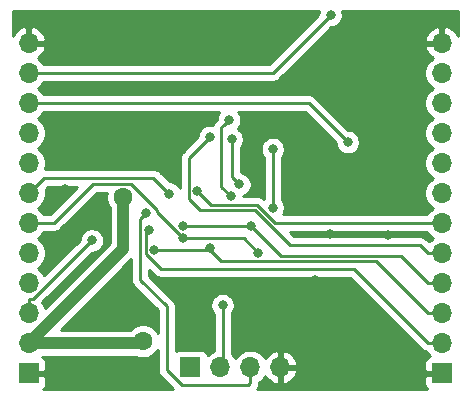
<source format=gbr>
G04 #@! TF.GenerationSoftware,KiCad,Pcbnew,5.1.5+dfsg1-2build2*
G04 #@! TF.CreationDate,2022-07-16T15:57:28-04:00*
G04 #@! TF.ProjectId,coco2_3134_64k_static_ram_board,636f636f-325f-4333-9133-345f36346b5f,rev?*
G04 #@! TF.SameCoordinates,Original*
G04 #@! TF.FileFunction,Copper,L1,Top*
G04 #@! TF.FilePolarity,Positive*
%FSLAX46Y46*%
G04 Gerber Fmt 4.6, Leading zero omitted, Abs format (unit mm)*
G04 Created by KiCad (PCBNEW 5.1.5+dfsg1-2build2) date 2022-07-16 15:57:28*
%MOMM*%
%LPD*%
G04 APERTURE LIST*
%ADD10R,1.700000X1.700000*%
%ADD11O,1.700000X1.700000*%
%ADD12C,0.800000*%
%ADD13C,1.600000*%
%ADD14C,0.250000*%
%ADD15C,1.000000*%
%ADD16C,0.254000*%
G04 APERTURE END LIST*
D10*
X116200000Y-112000000D03*
D11*
X118740000Y-112000000D03*
X121280000Y-112000000D03*
X123820000Y-112000000D03*
D10*
X102500000Y-112500000D03*
D11*
X102500000Y-109960000D03*
X102500000Y-107420000D03*
X102500000Y-104880000D03*
X102500000Y-102340000D03*
X102500000Y-99800000D03*
X102500000Y-97260000D03*
X102500000Y-94720000D03*
X102500000Y-92180000D03*
X102500000Y-89640000D03*
X102500000Y-87100000D03*
X102500000Y-84560000D03*
X137500000Y-84560000D03*
X137500000Y-87100000D03*
X137500000Y-89640000D03*
X137500000Y-92180000D03*
X137500000Y-94720000D03*
X137500000Y-97260000D03*
X137500000Y-99800000D03*
X137500000Y-102340000D03*
X137500000Y-104880000D03*
X137500000Y-107420000D03*
X137500000Y-109960000D03*
D10*
X137500000Y-112500000D03*
D12*
X126777000Y-104641600D03*
D13*
X113800000Y-91100000D03*
X128500000Y-88800000D03*
X133800000Y-91900000D03*
X133400000Y-88500000D03*
D12*
X133846000Y-109654000D03*
X131975000Y-113225000D03*
X111500000Y-88300000D03*
X105900000Y-94600000D03*
X105600000Y-96900000D03*
X106000000Y-100900000D03*
X104800000Y-101000000D03*
X107600000Y-107400000D03*
X123600000Y-90900000D03*
X123400000Y-88300000D03*
X128000000Y-100700000D03*
X132900000Y-100800000D03*
X122250000Y-104900000D03*
D13*
X110500000Y-97600000D03*
X112200000Y-109800000D03*
D12*
X107857600Y-101254400D03*
X115552300Y-101070600D03*
X121953000Y-102290300D03*
X114400000Y-97300000D03*
X129525000Y-92943800D03*
X128075000Y-82200000D03*
X116800000Y-97099998D03*
X117874990Y-92500000D03*
X115583300Y-100054800D03*
X121350000Y-100054800D03*
X113138200Y-102083300D03*
X117903700Y-101897200D03*
X112692100Y-100395600D03*
X118925000Y-106750000D03*
X112486500Y-98901000D03*
X119624300Y-97535400D03*
X119457510Y-91065803D03*
X120349700Y-96517100D03*
X119700000Y-92700002D03*
X123175100Y-98491500D03*
X123175100Y-93534000D03*
D14*
X125451500Y-109193200D02*
X123820000Y-110824700D01*
X125451500Y-105865300D02*
X125451500Y-109193200D01*
X137500000Y-112500000D02*
X130100000Y-112500000D01*
X128758300Y-112500000D02*
X125451500Y-109193200D01*
X123820000Y-112000000D02*
X123820000Y-110824700D01*
X125451500Y-105865300D02*
X125553300Y-105865300D01*
X125553300Y-105865300D02*
X126777000Y-104641600D01*
X130100000Y-112500000D02*
X128758300Y-112500000D01*
X125451500Y-105865300D02*
X125361200Y-105775000D01*
D15*
X102500000Y-109960000D02*
X110500000Y-101960000D01*
X110500000Y-101960000D02*
X110500000Y-97600000D01*
X102500000Y-109960000D02*
X112040000Y-109960000D01*
X112040000Y-109960000D02*
X112200000Y-109800000D01*
D14*
X107857600Y-101254400D02*
X102867300Y-106244700D01*
X102867300Y-106244700D02*
X102500000Y-106244700D01*
X102500000Y-107420000D02*
X102500000Y-106244700D01*
X121953000Y-102290300D02*
X120733300Y-101070600D01*
X120733300Y-101070600D02*
X115552300Y-101070600D01*
X104625000Y-99800000D02*
X102500000Y-99800000D01*
X107971700Y-96453300D02*
X104625000Y-99800000D01*
X111156400Y-96453300D02*
X107971700Y-96453300D01*
X113368400Y-98665300D02*
X111156400Y-96453300D01*
X113368400Y-98886700D02*
X113368400Y-98665300D01*
X115552300Y-101070600D02*
X113368400Y-98886700D01*
X102500000Y-97260000D02*
X103795400Y-95964600D01*
X113064600Y-95964600D02*
X114000001Y-96900001D01*
X103795400Y-95964600D02*
X113064600Y-95964600D01*
X114000001Y-96900001D02*
X114400000Y-97300000D01*
X102500000Y-89640000D02*
X126221200Y-89640000D01*
X126221200Y-89640000D02*
X129525000Y-92943800D01*
X102500000Y-87100000D02*
X123175000Y-87100000D01*
X123175000Y-87100000D02*
X128075000Y-82200000D01*
X123398900Y-99800000D02*
X121859700Y-98260800D01*
X117199999Y-97499997D02*
X116800000Y-97099998D01*
X117960802Y-98260800D02*
X117199999Y-97499997D01*
X121859700Y-98260800D02*
X117960802Y-98260800D01*
X137500000Y-99800000D02*
X123398900Y-99800000D01*
X117474991Y-92899999D02*
X117874990Y-92500000D01*
X121673200Y-98711200D02*
X117038198Y-98711200D01*
X137500000Y-102340000D02*
X136297919Y-102340000D01*
X124626800Y-101664800D02*
X121673200Y-98711200D01*
X116074999Y-97748001D02*
X116074998Y-94299992D01*
X116074998Y-94299992D02*
X117474991Y-92899999D01*
X136297919Y-102340000D02*
X135622719Y-101664800D01*
X117038198Y-98711200D02*
X116074999Y-97748001D01*
X135622719Y-101664800D02*
X124626800Y-101664800D01*
X136324700Y-104880000D02*
X134010100Y-102565400D01*
X134010100Y-102565400D02*
X123860600Y-102565400D01*
X123860600Y-102565400D02*
X121350000Y-100054800D01*
X121350000Y-100054800D02*
X115583300Y-100054800D01*
X137500000Y-104880000D02*
X136324700Y-104880000D01*
X117903600Y-102083300D02*
X117903600Y-101897200D01*
X117903600Y-101897200D02*
X117903700Y-101897200D01*
X136324700Y-107420000D02*
X131920400Y-103015700D01*
X131920400Y-103015700D02*
X118836000Y-103015700D01*
X118836000Y-103015700D02*
X117903600Y-102083300D01*
X117903600Y-102083300D02*
X113138200Y-102083300D01*
X137500000Y-107420000D02*
X136324700Y-107420000D01*
X112692100Y-100395600D02*
X112412900Y-100674800D01*
X112412900Y-100674800D02*
X112412900Y-102383700D01*
X112412900Y-102383700D02*
X113720300Y-103691100D01*
X113720300Y-103691100D02*
X130055800Y-103691100D01*
X130055800Y-103691100D02*
X136324700Y-109960000D01*
X137500000Y-109960000D02*
X136324700Y-109960000D01*
X118925000Y-111815000D02*
X118740000Y-112000000D01*
X118925000Y-106750000D02*
X118925000Y-111815000D01*
X121280000Y-113320000D02*
X121280000Y-112000000D01*
X121100000Y-113500000D02*
X121280000Y-113320000D01*
X115479700Y-113500000D02*
X121100000Y-113500000D01*
X114202600Y-112222900D02*
X115479700Y-113500000D01*
X114202600Y-106851600D02*
X114202600Y-112222900D01*
X111962600Y-104611600D02*
X114202600Y-106851600D01*
X111962600Y-99424900D02*
X111962600Y-104611600D01*
X112486500Y-98901000D02*
X111962600Y-99424900D01*
X118825001Y-91698312D02*
X119057511Y-91465802D01*
X119624300Y-97535400D02*
X118825001Y-96736101D01*
X119057511Y-91465802D02*
X119457510Y-91065803D01*
X118825001Y-96736101D02*
X118825001Y-91698312D01*
X120349700Y-96517100D02*
X119700000Y-95867400D01*
X119700000Y-95867400D02*
X119700000Y-93265687D01*
X119700000Y-93265687D02*
X119700000Y-92700002D01*
X123175100Y-93534000D02*
X123175100Y-98491500D01*
D16*
G36*
X113442601Y-112185568D02*
G01*
X113438924Y-112222900D01*
X113453598Y-112371885D01*
X113497054Y-112515146D01*
X113567626Y-112647176D01*
X113615530Y-112705546D01*
X113662600Y-112762901D01*
X113691598Y-112786699D01*
X114744898Y-113840000D01*
X103753889Y-113840000D01*
X103801185Y-113801185D01*
X103880537Y-113704494D01*
X103939502Y-113594180D01*
X103975812Y-113474482D01*
X103988072Y-113350000D01*
X103985000Y-112785750D01*
X103826250Y-112627000D01*
X102627000Y-112627000D01*
X102627000Y-112647000D01*
X102373000Y-112647000D01*
X102373000Y-112627000D01*
X102353000Y-112627000D01*
X102353000Y-112373000D01*
X102373000Y-112373000D01*
X102373000Y-112353000D01*
X102627000Y-112353000D01*
X102627000Y-112373000D01*
X103826250Y-112373000D01*
X103985000Y-112214250D01*
X103988072Y-111650000D01*
X103975812Y-111525518D01*
X103939502Y-111405820D01*
X103880537Y-111295506D01*
X103801185Y-111198815D01*
X103704494Y-111119463D01*
X103658728Y-111095000D01*
X111576573Y-111095000D01*
X111781426Y-111179853D01*
X112058665Y-111235000D01*
X112341335Y-111235000D01*
X112618574Y-111179853D01*
X112879727Y-111071680D01*
X113114759Y-110914637D01*
X113314637Y-110714759D01*
X113442601Y-110523247D01*
X113442601Y-112185568D01*
G37*
X113442601Y-112185568D02*
X113438924Y-112222900D01*
X113453598Y-112371885D01*
X113497054Y-112515146D01*
X113567626Y-112647176D01*
X113615530Y-112705546D01*
X113662600Y-112762901D01*
X113691598Y-112786699D01*
X114744898Y-113840000D01*
X103753889Y-113840000D01*
X103801185Y-113801185D01*
X103880537Y-113704494D01*
X103939502Y-113594180D01*
X103975812Y-113474482D01*
X103988072Y-113350000D01*
X103985000Y-112785750D01*
X103826250Y-112627000D01*
X102627000Y-112627000D01*
X102627000Y-112647000D01*
X102373000Y-112647000D01*
X102373000Y-112627000D01*
X102353000Y-112627000D01*
X102353000Y-112373000D01*
X102373000Y-112373000D01*
X102373000Y-112353000D01*
X102627000Y-112353000D01*
X102627000Y-112373000D01*
X103826250Y-112373000D01*
X103985000Y-112214250D01*
X103988072Y-111650000D01*
X103975812Y-111525518D01*
X103939502Y-111405820D01*
X103880537Y-111295506D01*
X103801185Y-111198815D01*
X103704494Y-111119463D01*
X103658728Y-111095000D01*
X111576573Y-111095000D01*
X111781426Y-111179853D01*
X112058665Y-111235000D01*
X112341335Y-111235000D01*
X112618574Y-111179853D01*
X112879727Y-111071680D01*
X113114759Y-110914637D01*
X113314637Y-110714759D01*
X113442601Y-110523247D01*
X113442601Y-112185568D01*
G36*
X113156500Y-104202102D02*
G01*
X113180299Y-104231101D01*
X113296024Y-104326074D01*
X113428053Y-104396646D01*
X113571314Y-104440103D01*
X113682967Y-104451100D01*
X113682977Y-104451100D01*
X113720300Y-104454776D01*
X113757623Y-104451100D01*
X129740999Y-104451100D01*
X135760905Y-110471008D01*
X135784699Y-110500001D01*
X135813692Y-110523795D01*
X135813696Y-110523799D01*
X135872513Y-110572068D01*
X135900424Y-110594974D01*
X136032453Y-110665546D01*
X136175714Y-110709003D01*
X136217204Y-110713089D01*
X136346525Y-110906632D01*
X136478380Y-111038487D01*
X136405820Y-111060498D01*
X136295506Y-111119463D01*
X136198815Y-111198815D01*
X136119463Y-111295506D01*
X136060498Y-111405820D01*
X136024188Y-111525518D01*
X136011928Y-111650000D01*
X136015000Y-112214250D01*
X136173750Y-112373000D01*
X137373000Y-112373000D01*
X137373000Y-112353000D01*
X137627000Y-112353000D01*
X137627000Y-112373000D01*
X137647000Y-112373000D01*
X137647000Y-112627000D01*
X137627000Y-112627000D01*
X137627000Y-112647000D01*
X137373000Y-112647000D01*
X137373000Y-112627000D01*
X136173750Y-112627000D01*
X136015000Y-112785750D01*
X136011928Y-113350000D01*
X136024188Y-113474482D01*
X136060498Y-113594180D01*
X136119463Y-113704494D01*
X136198815Y-113801185D01*
X136246111Y-113840000D01*
X121836415Y-113840000D01*
X121914974Y-113744276D01*
X121985546Y-113612247D01*
X122029003Y-113468986D01*
X122040000Y-113357333D01*
X122040000Y-113357324D01*
X122043676Y-113320001D01*
X122040000Y-113282678D01*
X122040000Y-113278178D01*
X122226632Y-113153475D01*
X122433475Y-112946632D01*
X122555195Y-112764466D01*
X122624822Y-112881355D01*
X122819731Y-113097588D01*
X123053080Y-113271641D01*
X123315901Y-113396825D01*
X123463110Y-113441476D01*
X123693000Y-113320155D01*
X123693000Y-112127000D01*
X123947000Y-112127000D01*
X123947000Y-113320155D01*
X124176890Y-113441476D01*
X124324099Y-113396825D01*
X124586920Y-113271641D01*
X124820269Y-113097588D01*
X125015178Y-112881355D01*
X125164157Y-112631252D01*
X125261481Y-112356891D01*
X125140814Y-112127000D01*
X123947000Y-112127000D01*
X123693000Y-112127000D01*
X123673000Y-112127000D01*
X123673000Y-111873000D01*
X123693000Y-111873000D01*
X123693000Y-110679845D01*
X123947000Y-110679845D01*
X123947000Y-111873000D01*
X125140814Y-111873000D01*
X125261481Y-111643109D01*
X125164157Y-111368748D01*
X125015178Y-111118645D01*
X124820269Y-110902412D01*
X124586920Y-110728359D01*
X124324099Y-110603175D01*
X124176890Y-110558524D01*
X123947000Y-110679845D01*
X123693000Y-110679845D01*
X123463110Y-110558524D01*
X123315901Y-110603175D01*
X123053080Y-110728359D01*
X122819731Y-110902412D01*
X122624822Y-111118645D01*
X122555195Y-111235534D01*
X122433475Y-111053368D01*
X122226632Y-110846525D01*
X121983411Y-110684010D01*
X121713158Y-110572068D01*
X121426260Y-110515000D01*
X121133740Y-110515000D01*
X120846842Y-110572068D01*
X120576589Y-110684010D01*
X120333368Y-110846525D01*
X120126525Y-111053368D01*
X120010000Y-111227760D01*
X119893475Y-111053368D01*
X119686632Y-110846525D01*
X119685000Y-110845435D01*
X119685000Y-107453711D01*
X119728937Y-107409774D01*
X119842205Y-107240256D01*
X119920226Y-107051898D01*
X119960000Y-106851939D01*
X119960000Y-106648061D01*
X119920226Y-106448102D01*
X119842205Y-106259744D01*
X119728937Y-106090226D01*
X119584774Y-105946063D01*
X119415256Y-105832795D01*
X119226898Y-105754774D01*
X119026939Y-105715000D01*
X118823061Y-105715000D01*
X118623102Y-105754774D01*
X118434744Y-105832795D01*
X118265226Y-105946063D01*
X118121063Y-106090226D01*
X118007795Y-106259744D01*
X117929774Y-106448102D01*
X117890000Y-106648061D01*
X117890000Y-106851939D01*
X117929774Y-107051898D01*
X118007795Y-107240256D01*
X118121063Y-107409774D01*
X118165000Y-107453711D01*
X118165001Y-110630820D01*
X118036589Y-110684010D01*
X117793368Y-110846525D01*
X117661513Y-110978380D01*
X117639502Y-110905820D01*
X117580537Y-110795506D01*
X117501185Y-110698815D01*
X117404494Y-110619463D01*
X117294180Y-110560498D01*
X117174482Y-110524188D01*
X117050000Y-110511928D01*
X115350000Y-110511928D01*
X115225518Y-110524188D01*
X115105820Y-110560498D01*
X114995506Y-110619463D01*
X114962600Y-110646468D01*
X114962600Y-106888922D01*
X114966276Y-106851599D01*
X114962600Y-106814276D01*
X114962600Y-106814267D01*
X114951603Y-106702614D01*
X114908146Y-106559353D01*
X114837574Y-106427324D01*
X114809967Y-106393685D01*
X114766399Y-106340596D01*
X114766395Y-106340592D01*
X114742601Y-106311599D01*
X114713609Y-106287806D01*
X112722600Y-104296799D01*
X112722600Y-103768202D01*
X113156500Y-104202102D01*
G37*
X113156500Y-104202102D02*
X113180299Y-104231101D01*
X113296024Y-104326074D01*
X113428053Y-104396646D01*
X113571314Y-104440103D01*
X113682967Y-104451100D01*
X113682977Y-104451100D01*
X113720300Y-104454776D01*
X113757623Y-104451100D01*
X129740999Y-104451100D01*
X135760905Y-110471008D01*
X135784699Y-110500001D01*
X135813692Y-110523795D01*
X135813696Y-110523799D01*
X135872513Y-110572068D01*
X135900424Y-110594974D01*
X136032453Y-110665546D01*
X136175714Y-110709003D01*
X136217204Y-110713089D01*
X136346525Y-110906632D01*
X136478380Y-111038487D01*
X136405820Y-111060498D01*
X136295506Y-111119463D01*
X136198815Y-111198815D01*
X136119463Y-111295506D01*
X136060498Y-111405820D01*
X136024188Y-111525518D01*
X136011928Y-111650000D01*
X136015000Y-112214250D01*
X136173750Y-112373000D01*
X137373000Y-112373000D01*
X137373000Y-112353000D01*
X137627000Y-112353000D01*
X137627000Y-112373000D01*
X137647000Y-112373000D01*
X137647000Y-112627000D01*
X137627000Y-112627000D01*
X137627000Y-112647000D01*
X137373000Y-112647000D01*
X137373000Y-112627000D01*
X136173750Y-112627000D01*
X136015000Y-112785750D01*
X136011928Y-113350000D01*
X136024188Y-113474482D01*
X136060498Y-113594180D01*
X136119463Y-113704494D01*
X136198815Y-113801185D01*
X136246111Y-113840000D01*
X121836415Y-113840000D01*
X121914974Y-113744276D01*
X121985546Y-113612247D01*
X122029003Y-113468986D01*
X122040000Y-113357333D01*
X122040000Y-113357324D01*
X122043676Y-113320001D01*
X122040000Y-113282678D01*
X122040000Y-113278178D01*
X122226632Y-113153475D01*
X122433475Y-112946632D01*
X122555195Y-112764466D01*
X122624822Y-112881355D01*
X122819731Y-113097588D01*
X123053080Y-113271641D01*
X123315901Y-113396825D01*
X123463110Y-113441476D01*
X123693000Y-113320155D01*
X123693000Y-112127000D01*
X123947000Y-112127000D01*
X123947000Y-113320155D01*
X124176890Y-113441476D01*
X124324099Y-113396825D01*
X124586920Y-113271641D01*
X124820269Y-113097588D01*
X125015178Y-112881355D01*
X125164157Y-112631252D01*
X125261481Y-112356891D01*
X125140814Y-112127000D01*
X123947000Y-112127000D01*
X123693000Y-112127000D01*
X123673000Y-112127000D01*
X123673000Y-111873000D01*
X123693000Y-111873000D01*
X123693000Y-110679845D01*
X123947000Y-110679845D01*
X123947000Y-111873000D01*
X125140814Y-111873000D01*
X125261481Y-111643109D01*
X125164157Y-111368748D01*
X125015178Y-111118645D01*
X124820269Y-110902412D01*
X124586920Y-110728359D01*
X124324099Y-110603175D01*
X124176890Y-110558524D01*
X123947000Y-110679845D01*
X123693000Y-110679845D01*
X123463110Y-110558524D01*
X123315901Y-110603175D01*
X123053080Y-110728359D01*
X122819731Y-110902412D01*
X122624822Y-111118645D01*
X122555195Y-111235534D01*
X122433475Y-111053368D01*
X122226632Y-110846525D01*
X121983411Y-110684010D01*
X121713158Y-110572068D01*
X121426260Y-110515000D01*
X121133740Y-110515000D01*
X120846842Y-110572068D01*
X120576589Y-110684010D01*
X120333368Y-110846525D01*
X120126525Y-111053368D01*
X120010000Y-111227760D01*
X119893475Y-111053368D01*
X119686632Y-110846525D01*
X119685000Y-110845435D01*
X119685000Y-107453711D01*
X119728937Y-107409774D01*
X119842205Y-107240256D01*
X119920226Y-107051898D01*
X119960000Y-106851939D01*
X119960000Y-106648061D01*
X119920226Y-106448102D01*
X119842205Y-106259744D01*
X119728937Y-106090226D01*
X119584774Y-105946063D01*
X119415256Y-105832795D01*
X119226898Y-105754774D01*
X119026939Y-105715000D01*
X118823061Y-105715000D01*
X118623102Y-105754774D01*
X118434744Y-105832795D01*
X118265226Y-105946063D01*
X118121063Y-106090226D01*
X118007795Y-106259744D01*
X117929774Y-106448102D01*
X117890000Y-106648061D01*
X117890000Y-106851939D01*
X117929774Y-107051898D01*
X118007795Y-107240256D01*
X118121063Y-107409774D01*
X118165000Y-107453711D01*
X118165001Y-110630820D01*
X118036589Y-110684010D01*
X117793368Y-110846525D01*
X117661513Y-110978380D01*
X117639502Y-110905820D01*
X117580537Y-110795506D01*
X117501185Y-110698815D01*
X117404494Y-110619463D01*
X117294180Y-110560498D01*
X117174482Y-110524188D01*
X117050000Y-110511928D01*
X115350000Y-110511928D01*
X115225518Y-110524188D01*
X115105820Y-110560498D01*
X114995506Y-110619463D01*
X114962600Y-110646468D01*
X114962600Y-106888922D01*
X114966276Y-106851599D01*
X114962600Y-106814276D01*
X114962600Y-106814267D01*
X114951603Y-106702614D01*
X114908146Y-106559353D01*
X114837574Y-106427324D01*
X114809967Y-106393685D01*
X114766399Y-106340596D01*
X114766395Y-106340592D01*
X114742601Y-106311599D01*
X114713609Y-106287806D01*
X112722600Y-104296799D01*
X112722600Y-103768202D01*
X113156500Y-104202102D01*
G36*
X111202601Y-104574268D02*
G01*
X111198924Y-104611600D01*
X111213598Y-104760585D01*
X111257054Y-104903846D01*
X111327626Y-105035876D01*
X111398801Y-105122602D01*
X111422600Y-105151601D01*
X111451598Y-105175399D01*
X113442600Y-107166403D01*
X113442600Y-109076752D01*
X113314637Y-108885241D01*
X113114759Y-108685363D01*
X112879727Y-108528320D01*
X112618574Y-108420147D01*
X112341335Y-108365000D01*
X112058665Y-108365000D01*
X111781426Y-108420147D01*
X111520273Y-108528320D01*
X111285241Y-108685363D01*
X111145604Y-108825000D01*
X105240131Y-108825000D01*
X111202601Y-102862531D01*
X111202601Y-104574268D01*
G37*
X111202601Y-104574268D02*
X111198924Y-104611600D01*
X111213598Y-104760585D01*
X111257054Y-104903846D01*
X111327626Y-105035876D01*
X111398801Y-105122602D01*
X111422600Y-105151601D01*
X111451598Y-105175399D01*
X113442600Y-107166403D01*
X113442600Y-109076752D01*
X113314637Y-108885241D01*
X113114759Y-108685363D01*
X112879727Y-108528320D01*
X112618574Y-108420147D01*
X112341335Y-108365000D01*
X112058665Y-108365000D01*
X111781426Y-108420147D01*
X111520273Y-108528320D01*
X111285241Y-108685363D01*
X111145604Y-108825000D01*
X105240131Y-108825000D01*
X111202601Y-102862531D01*
X111202601Y-104574268D01*
G36*
X109065000Y-97458665D02*
G01*
X109065000Y-97741335D01*
X109120147Y-98018574D01*
X109228320Y-98279727D01*
X109365001Y-98484285D01*
X109365000Y-101489868D01*
X103910386Y-106944483D01*
X103815990Y-106716589D01*
X103677491Y-106509310D01*
X107897402Y-102289400D01*
X107959539Y-102289400D01*
X108159498Y-102249626D01*
X108347856Y-102171605D01*
X108517374Y-102058337D01*
X108661537Y-101914174D01*
X108774805Y-101744656D01*
X108852826Y-101556298D01*
X108892600Y-101356339D01*
X108892600Y-101152461D01*
X108852826Y-100952502D01*
X108774805Y-100764144D01*
X108661537Y-100594626D01*
X108517374Y-100450463D01*
X108347856Y-100337195D01*
X108159498Y-100259174D01*
X107959539Y-100219400D01*
X107755661Y-100219400D01*
X107555702Y-100259174D01*
X107367344Y-100337195D01*
X107197826Y-100450463D01*
X107053663Y-100594626D01*
X106940395Y-100764144D01*
X106862374Y-100952502D01*
X106822600Y-101152461D01*
X106822600Y-101214598D01*
X103829059Y-104208140D01*
X103815990Y-104176589D01*
X103653475Y-103933368D01*
X103446632Y-103726525D01*
X103272240Y-103610000D01*
X103446632Y-103493475D01*
X103653475Y-103286632D01*
X103815990Y-103043411D01*
X103927932Y-102773158D01*
X103985000Y-102486260D01*
X103985000Y-102193740D01*
X103927932Y-101906842D01*
X103815990Y-101636589D01*
X103653475Y-101393368D01*
X103446632Y-101186525D01*
X103272240Y-101070000D01*
X103446632Y-100953475D01*
X103653475Y-100746632D01*
X103778178Y-100560000D01*
X104587678Y-100560000D01*
X104625000Y-100563676D01*
X104662322Y-100560000D01*
X104662333Y-100560000D01*
X104773986Y-100549003D01*
X104917247Y-100505546D01*
X105049276Y-100434974D01*
X105165001Y-100340001D01*
X105188804Y-100310997D01*
X108286502Y-97213300D01*
X109113807Y-97213300D01*
X109065000Y-97458665D01*
G37*
X109065000Y-97458665D02*
X109065000Y-97741335D01*
X109120147Y-98018574D01*
X109228320Y-98279727D01*
X109365001Y-98484285D01*
X109365000Y-101489868D01*
X103910386Y-106944483D01*
X103815990Y-106716589D01*
X103677491Y-106509310D01*
X107897402Y-102289400D01*
X107959539Y-102289400D01*
X108159498Y-102249626D01*
X108347856Y-102171605D01*
X108517374Y-102058337D01*
X108661537Y-101914174D01*
X108774805Y-101744656D01*
X108852826Y-101556298D01*
X108892600Y-101356339D01*
X108892600Y-101152461D01*
X108852826Y-100952502D01*
X108774805Y-100764144D01*
X108661537Y-100594626D01*
X108517374Y-100450463D01*
X108347856Y-100337195D01*
X108159498Y-100259174D01*
X107959539Y-100219400D01*
X107755661Y-100219400D01*
X107555702Y-100259174D01*
X107367344Y-100337195D01*
X107197826Y-100450463D01*
X107053663Y-100594626D01*
X106940395Y-100764144D01*
X106862374Y-100952502D01*
X106822600Y-101152461D01*
X106822600Y-101214598D01*
X103829059Y-104208140D01*
X103815990Y-104176589D01*
X103653475Y-103933368D01*
X103446632Y-103726525D01*
X103272240Y-103610000D01*
X103446632Y-103493475D01*
X103653475Y-103286632D01*
X103815990Y-103043411D01*
X103927932Y-102773158D01*
X103985000Y-102486260D01*
X103985000Y-102193740D01*
X103927932Y-101906842D01*
X103815990Y-101636589D01*
X103653475Y-101393368D01*
X103446632Y-101186525D01*
X103272240Y-101070000D01*
X103446632Y-100953475D01*
X103653475Y-100746632D01*
X103778178Y-100560000D01*
X104587678Y-100560000D01*
X104625000Y-100563676D01*
X104662322Y-100560000D01*
X104662333Y-100560000D01*
X104773986Y-100549003D01*
X104917247Y-100505546D01*
X105049276Y-100434974D01*
X105165001Y-100340001D01*
X105188804Y-100310997D01*
X108286502Y-97213300D01*
X109113807Y-97213300D01*
X109065000Y-97458665D01*
G36*
X136346525Y-100746632D02*
G01*
X136553368Y-100953475D01*
X136727760Y-101070000D01*
X136553368Y-101186525D01*
X136386307Y-101353586D01*
X136186522Y-101153802D01*
X136162720Y-101124799D01*
X136046995Y-101029826D01*
X135914966Y-100959254D01*
X135771705Y-100915797D01*
X135660052Y-100904800D01*
X135660041Y-100904800D01*
X135622719Y-100901124D01*
X135585397Y-100904800D01*
X124941602Y-100904800D01*
X124596802Y-100560000D01*
X136221822Y-100560000D01*
X136346525Y-100746632D01*
G37*
X136346525Y-100746632D02*
X136553368Y-100953475D01*
X136727760Y-101070000D01*
X136553368Y-101186525D01*
X136386307Y-101353586D01*
X136186522Y-101153802D01*
X136162720Y-101124799D01*
X136046995Y-101029826D01*
X135914966Y-100959254D01*
X135771705Y-100915797D01*
X135660052Y-100904800D01*
X135660041Y-100904800D01*
X135622719Y-100901124D01*
X135585397Y-100904800D01*
X124941602Y-100904800D01*
X124596802Y-100560000D01*
X136221822Y-100560000D01*
X136346525Y-100746632D01*
G36*
X104310199Y-99040000D02*
G01*
X103778178Y-99040000D01*
X103653475Y-98853368D01*
X103446632Y-98646525D01*
X103272240Y-98530000D01*
X103446632Y-98413475D01*
X103653475Y-98206632D01*
X103815990Y-97963411D01*
X103927932Y-97693158D01*
X103985000Y-97406260D01*
X103985000Y-97113740D01*
X103941210Y-96893592D01*
X104110202Y-96724600D01*
X106625598Y-96724600D01*
X104310199Y-99040000D01*
G37*
X104310199Y-99040000D02*
X103778178Y-99040000D01*
X103653475Y-98853368D01*
X103446632Y-98646525D01*
X103272240Y-98530000D01*
X103446632Y-98413475D01*
X103653475Y-98206632D01*
X103815990Y-97963411D01*
X103927932Y-97693158D01*
X103985000Y-97406260D01*
X103985000Y-97113740D01*
X103941210Y-96893592D01*
X104110202Y-96724600D01*
X106625598Y-96724600D01*
X104310199Y-99040000D01*
G36*
X138840000Y-83936598D02*
G01*
X138771641Y-83793080D01*
X138597588Y-83559731D01*
X138381355Y-83364822D01*
X138131252Y-83215843D01*
X137856891Y-83118519D01*
X137627000Y-83239186D01*
X137627000Y-84433000D01*
X137647000Y-84433000D01*
X137647000Y-84687000D01*
X137627000Y-84687000D01*
X137627000Y-84707000D01*
X137373000Y-84707000D01*
X137373000Y-84687000D01*
X136179845Y-84687000D01*
X136058524Y-84916890D01*
X136103175Y-85064099D01*
X136228359Y-85326920D01*
X136402412Y-85560269D01*
X136618645Y-85755178D01*
X136735534Y-85824805D01*
X136553368Y-85946525D01*
X136346525Y-86153368D01*
X136184010Y-86396589D01*
X136072068Y-86666842D01*
X136015000Y-86953740D01*
X136015000Y-87246260D01*
X136072068Y-87533158D01*
X136184010Y-87803411D01*
X136346525Y-88046632D01*
X136553368Y-88253475D01*
X136727760Y-88370000D01*
X136553368Y-88486525D01*
X136346525Y-88693368D01*
X136184010Y-88936589D01*
X136072068Y-89206842D01*
X136015000Y-89493740D01*
X136015000Y-89786260D01*
X136072068Y-90073158D01*
X136184010Y-90343411D01*
X136346525Y-90586632D01*
X136553368Y-90793475D01*
X136727760Y-90910000D01*
X136553368Y-91026525D01*
X136346525Y-91233368D01*
X136184010Y-91476589D01*
X136072068Y-91746842D01*
X136015000Y-92033740D01*
X136015000Y-92326260D01*
X136072068Y-92613158D01*
X136184010Y-92883411D01*
X136346525Y-93126632D01*
X136553368Y-93333475D01*
X136727760Y-93450000D01*
X136553368Y-93566525D01*
X136346525Y-93773368D01*
X136184010Y-94016589D01*
X136072068Y-94286842D01*
X136015000Y-94573740D01*
X136015000Y-94866260D01*
X136072068Y-95153158D01*
X136184010Y-95423411D01*
X136346525Y-95666632D01*
X136553368Y-95873475D01*
X136727760Y-95990000D01*
X136553368Y-96106525D01*
X136346525Y-96313368D01*
X136184010Y-96556589D01*
X136072068Y-96826842D01*
X136015000Y-97113740D01*
X136015000Y-97406260D01*
X136072068Y-97693158D01*
X136184010Y-97963411D01*
X136346525Y-98206632D01*
X136553368Y-98413475D01*
X136727760Y-98530000D01*
X136553368Y-98646525D01*
X136346525Y-98853368D01*
X136221822Y-99040000D01*
X124053388Y-99040000D01*
X124092305Y-98981756D01*
X124170326Y-98793398D01*
X124210100Y-98593439D01*
X124210100Y-98389561D01*
X124170326Y-98189602D01*
X124092305Y-98001244D01*
X123979037Y-97831726D01*
X123935100Y-97787789D01*
X123935100Y-94237711D01*
X123979037Y-94193774D01*
X124092305Y-94024256D01*
X124170326Y-93835898D01*
X124210100Y-93635939D01*
X124210100Y-93432061D01*
X124170326Y-93232102D01*
X124092305Y-93043744D01*
X123979037Y-92874226D01*
X123834874Y-92730063D01*
X123665356Y-92616795D01*
X123476998Y-92538774D01*
X123277039Y-92499000D01*
X123073161Y-92499000D01*
X122873202Y-92538774D01*
X122684844Y-92616795D01*
X122515326Y-92730063D01*
X122371163Y-92874226D01*
X122257895Y-93043744D01*
X122179874Y-93232102D01*
X122140100Y-93432061D01*
X122140100Y-93635939D01*
X122179874Y-93835898D01*
X122257895Y-94024256D01*
X122371163Y-94193774D01*
X122415100Y-94237711D01*
X122415101Y-97739564D01*
X122399701Y-97720799D01*
X122283976Y-97625826D01*
X122151947Y-97555254D01*
X122008686Y-97511797D01*
X121897033Y-97500800D01*
X121897022Y-97500800D01*
X121859700Y-97497124D01*
X121822378Y-97500800D01*
X120679424Y-97500800D01*
X120839956Y-97434305D01*
X121009474Y-97321037D01*
X121153637Y-97176874D01*
X121266905Y-97007356D01*
X121344926Y-96818998D01*
X121384700Y-96619039D01*
X121384700Y-96415161D01*
X121344926Y-96215202D01*
X121266905Y-96026844D01*
X121153637Y-95857326D01*
X121009474Y-95713163D01*
X120839956Y-95599895D01*
X120651598Y-95521874D01*
X120460000Y-95483763D01*
X120460000Y-93403713D01*
X120503937Y-93359776D01*
X120617205Y-93190258D01*
X120695226Y-93001900D01*
X120735000Y-92801941D01*
X120735000Y-92598063D01*
X120695226Y-92398104D01*
X120617205Y-92209746D01*
X120503937Y-92040228D01*
X120359774Y-91896065D01*
X120198631Y-91788393D01*
X120261447Y-91725577D01*
X120374715Y-91556059D01*
X120452736Y-91367701D01*
X120492510Y-91167742D01*
X120492510Y-90963864D01*
X120452736Y-90763905D01*
X120374715Y-90575547D01*
X120261447Y-90406029D01*
X120255418Y-90400000D01*
X125906399Y-90400000D01*
X128490000Y-92983602D01*
X128490000Y-93045739D01*
X128529774Y-93245698D01*
X128607795Y-93434056D01*
X128721063Y-93603574D01*
X128865226Y-93747737D01*
X129034744Y-93861005D01*
X129223102Y-93939026D01*
X129423061Y-93978800D01*
X129626939Y-93978800D01*
X129826898Y-93939026D01*
X130015256Y-93861005D01*
X130184774Y-93747737D01*
X130328937Y-93603574D01*
X130442205Y-93434056D01*
X130520226Y-93245698D01*
X130560000Y-93045739D01*
X130560000Y-92841861D01*
X130520226Y-92641902D01*
X130442205Y-92453544D01*
X130328937Y-92284026D01*
X130184774Y-92139863D01*
X130015256Y-92026595D01*
X129826898Y-91948574D01*
X129626939Y-91908800D01*
X129564802Y-91908800D01*
X126785004Y-89129003D01*
X126761201Y-89099999D01*
X126645476Y-89005026D01*
X126513447Y-88934454D01*
X126370186Y-88890997D01*
X126258533Y-88880000D01*
X126258522Y-88880000D01*
X126221200Y-88876324D01*
X126183878Y-88880000D01*
X103778178Y-88880000D01*
X103653475Y-88693368D01*
X103446632Y-88486525D01*
X103272240Y-88370000D01*
X103446632Y-88253475D01*
X103653475Y-88046632D01*
X103778178Y-87860000D01*
X123137678Y-87860000D01*
X123175000Y-87863676D01*
X123212322Y-87860000D01*
X123212333Y-87860000D01*
X123323986Y-87849003D01*
X123467247Y-87805546D01*
X123599276Y-87734974D01*
X123715001Y-87640001D01*
X123738804Y-87610997D01*
X127146692Y-84203110D01*
X136058524Y-84203110D01*
X136179845Y-84433000D01*
X137373000Y-84433000D01*
X137373000Y-83239186D01*
X137143109Y-83118519D01*
X136868748Y-83215843D01*
X136618645Y-83364822D01*
X136402412Y-83559731D01*
X136228359Y-83793080D01*
X136103175Y-84055901D01*
X136058524Y-84203110D01*
X127146692Y-84203110D01*
X128114803Y-83235000D01*
X128176939Y-83235000D01*
X128376898Y-83195226D01*
X128565256Y-83117205D01*
X128734774Y-83003937D01*
X128878937Y-82859774D01*
X128992205Y-82690256D01*
X129070226Y-82501898D01*
X129110000Y-82301939D01*
X129110000Y-82098061D01*
X129070226Y-81898102D01*
X129054444Y-81860000D01*
X138840000Y-81860000D01*
X138840000Y-83936598D01*
G37*
X138840000Y-83936598D02*
X138771641Y-83793080D01*
X138597588Y-83559731D01*
X138381355Y-83364822D01*
X138131252Y-83215843D01*
X137856891Y-83118519D01*
X137627000Y-83239186D01*
X137627000Y-84433000D01*
X137647000Y-84433000D01*
X137647000Y-84687000D01*
X137627000Y-84687000D01*
X137627000Y-84707000D01*
X137373000Y-84707000D01*
X137373000Y-84687000D01*
X136179845Y-84687000D01*
X136058524Y-84916890D01*
X136103175Y-85064099D01*
X136228359Y-85326920D01*
X136402412Y-85560269D01*
X136618645Y-85755178D01*
X136735534Y-85824805D01*
X136553368Y-85946525D01*
X136346525Y-86153368D01*
X136184010Y-86396589D01*
X136072068Y-86666842D01*
X136015000Y-86953740D01*
X136015000Y-87246260D01*
X136072068Y-87533158D01*
X136184010Y-87803411D01*
X136346525Y-88046632D01*
X136553368Y-88253475D01*
X136727760Y-88370000D01*
X136553368Y-88486525D01*
X136346525Y-88693368D01*
X136184010Y-88936589D01*
X136072068Y-89206842D01*
X136015000Y-89493740D01*
X136015000Y-89786260D01*
X136072068Y-90073158D01*
X136184010Y-90343411D01*
X136346525Y-90586632D01*
X136553368Y-90793475D01*
X136727760Y-90910000D01*
X136553368Y-91026525D01*
X136346525Y-91233368D01*
X136184010Y-91476589D01*
X136072068Y-91746842D01*
X136015000Y-92033740D01*
X136015000Y-92326260D01*
X136072068Y-92613158D01*
X136184010Y-92883411D01*
X136346525Y-93126632D01*
X136553368Y-93333475D01*
X136727760Y-93450000D01*
X136553368Y-93566525D01*
X136346525Y-93773368D01*
X136184010Y-94016589D01*
X136072068Y-94286842D01*
X136015000Y-94573740D01*
X136015000Y-94866260D01*
X136072068Y-95153158D01*
X136184010Y-95423411D01*
X136346525Y-95666632D01*
X136553368Y-95873475D01*
X136727760Y-95990000D01*
X136553368Y-96106525D01*
X136346525Y-96313368D01*
X136184010Y-96556589D01*
X136072068Y-96826842D01*
X136015000Y-97113740D01*
X136015000Y-97406260D01*
X136072068Y-97693158D01*
X136184010Y-97963411D01*
X136346525Y-98206632D01*
X136553368Y-98413475D01*
X136727760Y-98530000D01*
X136553368Y-98646525D01*
X136346525Y-98853368D01*
X136221822Y-99040000D01*
X124053388Y-99040000D01*
X124092305Y-98981756D01*
X124170326Y-98793398D01*
X124210100Y-98593439D01*
X124210100Y-98389561D01*
X124170326Y-98189602D01*
X124092305Y-98001244D01*
X123979037Y-97831726D01*
X123935100Y-97787789D01*
X123935100Y-94237711D01*
X123979037Y-94193774D01*
X124092305Y-94024256D01*
X124170326Y-93835898D01*
X124210100Y-93635939D01*
X124210100Y-93432061D01*
X124170326Y-93232102D01*
X124092305Y-93043744D01*
X123979037Y-92874226D01*
X123834874Y-92730063D01*
X123665356Y-92616795D01*
X123476998Y-92538774D01*
X123277039Y-92499000D01*
X123073161Y-92499000D01*
X122873202Y-92538774D01*
X122684844Y-92616795D01*
X122515326Y-92730063D01*
X122371163Y-92874226D01*
X122257895Y-93043744D01*
X122179874Y-93232102D01*
X122140100Y-93432061D01*
X122140100Y-93635939D01*
X122179874Y-93835898D01*
X122257895Y-94024256D01*
X122371163Y-94193774D01*
X122415100Y-94237711D01*
X122415101Y-97739564D01*
X122399701Y-97720799D01*
X122283976Y-97625826D01*
X122151947Y-97555254D01*
X122008686Y-97511797D01*
X121897033Y-97500800D01*
X121897022Y-97500800D01*
X121859700Y-97497124D01*
X121822378Y-97500800D01*
X120679424Y-97500800D01*
X120839956Y-97434305D01*
X121009474Y-97321037D01*
X121153637Y-97176874D01*
X121266905Y-97007356D01*
X121344926Y-96818998D01*
X121384700Y-96619039D01*
X121384700Y-96415161D01*
X121344926Y-96215202D01*
X121266905Y-96026844D01*
X121153637Y-95857326D01*
X121009474Y-95713163D01*
X120839956Y-95599895D01*
X120651598Y-95521874D01*
X120460000Y-95483763D01*
X120460000Y-93403713D01*
X120503937Y-93359776D01*
X120617205Y-93190258D01*
X120695226Y-93001900D01*
X120735000Y-92801941D01*
X120735000Y-92598063D01*
X120695226Y-92398104D01*
X120617205Y-92209746D01*
X120503937Y-92040228D01*
X120359774Y-91896065D01*
X120198631Y-91788393D01*
X120261447Y-91725577D01*
X120374715Y-91556059D01*
X120452736Y-91367701D01*
X120492510Y-91167742D01*
X120492510Y-90963864D01*
X120452736Y-90763905D01*
X120374715Y-90575547D01*
X120261447Y-90406029D01*
X120255418Y-90400000D01*
X125906399Y-90400000D01*
X128490000Y-92983602D01*
X128490000Y-93045739D01*
X128529774Y-93245698D01*
X128607795Y-93434056D01*
X128721063Y-93603574D01*
X128865226Y-93747737D01*
X129034744Y-93861005D01*
X129223102Y-93939026D01*
X129423061Y-93978800D01*
X129626939Y-93978800D01*
X129826898Y-93939026D01*
X130015256Y-93861005D01*
X130184774Y-93747737D01*
X130328937Y-93603574D01*
X130442205Y-93434056D01*
X130520226Y-93245698D01*
X130560000Y-93045739D01*
X130560000Y-92841861D01*
X130520226Y-92641902D01*
X130442205Y-92453544D01*
X130328937Y-92284026D01*
X130184774Y-92139863D01*
X130015256Y-92026595D01*
X129826898Y-91948574D01*
X129626939Y-91908800D01*
X129564802Y-91908800D01*
X126785004Y-89129003D01*
X126761201Y-89099999D01*
X126645476Y-89005026D01*
X126513447Y-88934454D01*
X126370186Y-88890997D01*
X126258533Y-88880000D01*
X126258522Y-88880000D01*
X126221200Y-88876324D01*
X126183878Y-88880000D01*
X103778178Y-88880000D01*
X103653475Y-88693368D01*
X103446632Y-88486525D01*
X103272240Y-88370000D01*
X103446632Y-88253475D01*
X103653475Y-88046632D01*
X103778178Y-87860000D01*
X123137678Y-87860000D01*
X123175000Y-87863676D01*
X123212322Y-87860000D01*
X123212333Y-87860000D01*
X123323986Y-87849003D01*
X123467247Y-87805546D01*
X123599276Y-87734974D01*
X123715001Y-87640001D01*
X123738804Y-87610997D01*
X127146692Y-84203110D01*
X136058524Y-84203110D01*
X136179845Y-84433000D01*
X137373000Y-84433000D01*
X137373000Y-83239186D01*
X137143109Y-83118519D01*
X136868748Y-83215843D01*
X136618645Y-83364822D01*
X136402412Y-83559731D01*
X136228359Y-83793080D01*
X136103175Y-84055901D01*
X136058524Y-84203110D01*
X127146692Y-84203110D01*
X128114803Y-83235000D01*
X128176939Y-83235000D01*
X128376898Y-83195226D01*
X128565256Y-83117205D01*
X128734774Y-83003937D01*
X128878937Y-82859774D01*
X128992205Y-82690256D01*
X129070226Y-82501898D01*
X129110000Y-82301939D01*
X129110000Y-82098061D01*
X129070226Y-81898102D01*
X129054444Y-81860000D01*
X138840000Y-81860000D01*
X138840000Y-83936598D01*
G36*
X118653573Y-90406029D02*
G01*
X118540305Y-90575547D01*
X118462284Y-90763905D01*
X118422510Y-90963864D01*
X118422510Y-91026002D01*
X118313999Y-91134513D01*
X118285001Y-91158311D01*
X118261203Y-91187309D01*
X118261202Y-91187310D01*
X118190027Y-91274036D01*
X118119455Y-91406066D01*
X118101335Y-91465802D01*
X118094485Y-91488383D01*
X117976929Y-91465000D01*
X117773051Y-91465000D01*
X117573092Y-91504774D01*
X117384734Y-91582795D01*
X117215216Y-91696063D01*
X117071053Y-91840226D01*
X116957785Y-92009744D01*
X116879764Y-92198102D01*
X116839990Y-92398061D01*
X116839990Y-92460198D01*
X115563995Y-93736194D01*
X115534997Y-93759992D01*
X115511199Y-93788990D01*
X115440024Y-93875716D01*
X115426691Y-93900661D01*
X115369452Y-94007746D01*
X115325995Y-94151007D01*
X115314998Y-94262660D01*
X115314998Y-94262670D01*
X115311322Y-94299992D01*
X115314998Y-94337315D01*
X115314999Y-96806443D01*
X115203937Y-96640226D01*
X115059774Y-96496063D01*
X114890256Y-96382795D01*
X114701898Y-96304774D01*
X114501939Y-96265000D01*
X114439802Y-96265000D01*
X113628404Y-95453602D01*
X113604601Y-95424599D01*
X113488876Y-95329626D01*
X113356847Y-95259054D01*
X113213586Y-95215597D01*
X113101933Y-95204600D01*
X113101922Y-95204600D01*
X113064600Y-95200924D01*
X113027278Y-95204600D01*
X103906624Y-95204600D01*
X103927932Y-95153158D01*
X103985000Y-94866260D01*
X103985000Y-94573740D01*
X103927932Y-94286842D01*
X103815990Y-94016589D01*
X103653475Y-93773368D01*
X103446632Y-93566525D01*
X103272240Y-93450000D01*
X103446632Y-93333475D01*
X103653475Y-93126632D01*
X103815990Y-92883411D01*
X103927932Y-92613158D01*
X103985000Y-92326260D01*
X103985000Y-92033740D01*
X103927932Y-91746842D01*
X103815990Y-91476589D01*
X103653475Y-91233368D01*
X103446632Y-91026525D01*
X103272240Y-90910000D01*
X103446632Y-90793475D01*
X103653475Y-90586632D01*
X103778178Y-90400000D01*
X118659602Y-90400000D01*
X118653573Y-90406029D01*
G37*
X118653573Y-90406029D02*
X118540305Y-90575547D01*
X118462284Y-90763905D01*
X118422510Y-90963864D01*
X118422510Y-91026002D01*
X118313999Y-91134513D01*
X118285001Y-91158311D01*
X118261203Y-91187309D01*
X118261202Y-91187310D01*
X118190027Y-91274036D01*
X118119455Y-91406066D01*
X118101335Y-91465802D01*
X118094485Y-91488383D01*
X117976929Y-91465000D01*
X117773051Y-91465000D01*
X117573092Y-91504774D01*
X117384734Y-91582795D01*
X117215216Y-91696063D01*
X117071053Y-91840226D01*
X116957785Y-92009744D01*
X116879764Y-92198102D01*
X116839990Y-92398061D01*
X116839990Y-92460198D01*
X115563995Y-93736194D01*
X115534997Y-93759992D01*
X115511199Y-93788990D01*
X115440024Y-93875716D01*
X115426691Y-93900661D01*
X115369452Y-94007746D01*
X115325995Y-94151007D01*
X115314998Y-94262660D01*
X115314998Y-94262670D01*
X115311322Y-94299992D01*
X115314998Y-94337315D01*
X115314999Y-96806443D01*
X115203937Y-96640226D01*
X115059774Y-96496063D01*
X114890256Y-96382795D01*
X114701898Y-96304774D01*
X114501939Y-96265000D01*
X114439802Y-96265000D01*
X113628404Y-95453602D01*
X113604601Y-95424599D01*
X113488876Y-95329626D01*
X113356847Y-95259054D01*
X113213586Y-95215597D01*
X113101933Y-95204600D01*
X113101922Y-95204600D01*
X113064600Y-95200924D01*
X113027278Y-95204600D01*
X103906624Y-95204600D01*
X103927932Y-95153158D01*
X103985000Y-94866260D01*
X103985000Y-94573740D01*
X103927932Y-94286842D01*
X103815990Y-94016589D01*
X103653475Y-93773368D01*
X103446632Y-93566525D01*
X103272240Y-93450000D01*
X103446632Y-93333475D01*
X103653475Y-93126632D01*
X103815990Y-92883411D01*
X103927932Y-92613158D01*
X103985000Y-92326260D01*
X103985000Y-92033740D01*
X103927932Y-91746842D01*
X103815990Y-91476589D01*
X103653475Y-91233368D01*
X103446632Y-91026525D01*
X103272240Y-90910000D01*
X103446632Y-90793475D01*
X103653475Y-90586632D01*
X103778178Y-90400000D01*
X118659602Y-90400000D01*
X118653573Y-90406029D01*
G36*
X127079774Y-81898102D02*
G01*
X127040000Y-82098061D01*
X127040000Y-82160197D01*
X122860199Y-86340000D01*
X103778178Y-86340000D01*
X103653475Y-86153368D01*
X103446632Y-85946525D01*
X103264466Y-85824805D01*
X103381355Y-85755178D01*
X103597588Y-85560269D01*
X103771641Y-85326920D01*
X103896825Y-85064099D01*
X103941476Y-84916890D01*
X103820155Y-84687000D01*
X102627000Y-84687000D01*
X102627000Y-84707000D01*
X102373000Y-84707000D01*
X102373000Y-84687000D01*
X102353000Y-84687000D01*
X102353000Y-84433000D01*
X102373000Y-84433000D01*
X102373000Y-83239186D01*
X102627000Y-83239186D01*
X102627000Y-84433000D01*
X103820155Y-84433000D01*
X103941476Y-84203110D01*
X103896825Y-84055901D01*
X103771641Y-83793080D01*
X103597588Y-83559731D01*
X103381355Y-83364822D01*
X103131252Y-83215843D01*
X102856891Y-83118519D01*
X102627000Y-83239186D01*
X102373000Y-83239186D01*
X102143109Y-83118519D01*
X101868748Y-83215843D01*
X101618645Y-83364822D01*
X101402412Y-83559731D01*
X101228359Y-83793080D01*
X101160000Y-83936598D01*
X101160000Y-81860000D01*
X127095556Y-81860000D01*
X127079774Y-81898102D01*
G37*
X127079774Y-81898102D02*
X127040000Y-82098061D01*
X127040000Y-82160197D01*
X122860199Y-86340000D01*
X103778178Y-86340000D01*
X103653475Y-86153368D01*
X103446632Y-85946525D01*
X103264466Y-85824805D01*
X103381355Y-85755178D01*
X103597588Y-85560269D01*
X103771641Y-85326920D01*
X103896825Y-85064099D01*
X103941476Y-84916890D01*
X103820155Y-84687000D01*
X102627000Y-84687000D01*
X102627000Y-84707000D01*
X102373000Y-84707000D01*
X102373000Y-84687000D01*
X102353000Y-84687000D01*
X102353000Y-84433000D01*
X102373000Y-84433000D01*
X102373000Y-83239186D01*
X102627000Y-83239186D01*
X102627000Y-84433000D01*
X103820155Y-84433000D01*
X103941476Y-84203110D01*
X103896825Y-84055901D01*
X103771641Y-83793080D01*
X103597588Y-83559731D01*
X103381355Y-83364822D01*
X103131252Y-83215843D01*
X102856891Y-83118519D01*
X102627000Y-83239186D01*
X102373000Y-83239186D01*
X102143109Y-83118519D01*
X101868748Y-83215843D01*
X101618645Y-83364822D01*
X101402412Y-83559731D01*
X101228359Y-83793080D01*
X101160000Y-83936598D01*
X101160000Y-81860000D01*
X127095556Y-81860000D01*
X127079774Y-81898102D01*
M02*

</source>
